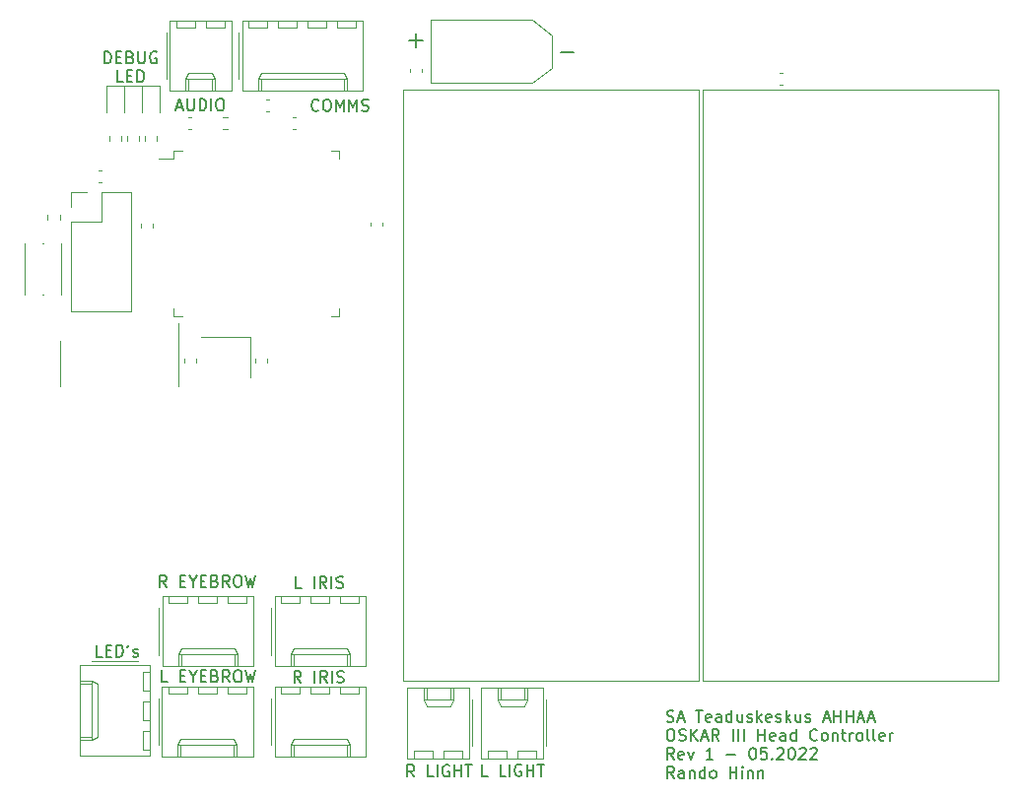
<source format=gbr>
%TF.GenerationSoftware,KiCad,Pcbnew,6.0.4-6f826c9f35~116~ubuntu20.04.1*%
%TF.CreationDate,2022-05-18T13:41:16+03:00*%
%TF.ProjectId,oskar_head_rev1,6f736b61-725f-4686-9561-645f72657631,rev?*%
%TF.SameCoordinates,Original*%
%TF.FileFunction,Legend,Top*%
%TF.FilePolarity,Positive*%
%FSLAX46Y46*%
G04 Gerber Fmt 4.6, Leading zero omitted, Abs format (unit mm)*
G04 Created by KiCad (PCBNEW 6.0.4-6f826c9f35~116~ubuntu20.04.1) date 2022-05-18 13:41:16*
%MOMM*%
%LPD*%
G01*
G04 APERTURE LIST*
%ADD10C,0.150000*%
%ADD11C,0.120000*%
G04 APERTURE END LIST*
D10*
X120266104Y-51971380D02*
X120266104Y-50971380D01*
X120504200Y-50971380D01*
X120647057Y-51019000D01*
X120742295Y-51114238D01*
X120789914Y-51209476D01*
X120837533Y-51399952D01*
X120837533Y-51542809D01*
X120789914Y-51733285D01*
X120742295Y-51828523D01*
X120647057Y-51923761D01*
X120504200Y-51971380D01*
X120266104Y-51971380D01*
X121266104Y-51447571D02*
X121599438Y-51447571D01*
X121742295Y-51971380D02*
X121266104Y-51971380D01*
X121266104Y-50971380D01*
X121742295Y-50971380D01*
X122504200Y-51447571D02*
X122647057Y-51495190D01*
X122694676Y-51542809D01*
X122742295Y-51638047D01*
X122742295Y-51780904D01*
X122694676Y-51876142D01*
X122647057Y-51923761D01*
X122551819Y-51971380D01*
X122170866Y-51971380D01*
X122170866Y-50971380D01*
X122504200Y-50971380D01*
X122599438Y-51019000D01*
X122647057Y-51066619D01*
X122694676Y-51161857D01*
X122694676Y-51257095D01*
X122647057Y-51352333D01*
X122599438Y-51399952D01*
X122504200Y-51447571D01*
X122170866Y-51447571D01*
X123170866Y-50971380D02*
X123170866Y-51780904D01*
X123218485Y-51876142D01*
X123266104Y-51923761D01*
X123361342Y-51971380D01*
X123551819Y-51971380D01*
X123647057Y-51923761D01*
X123694676Y-51876142D01*
X123742295Y-51780904D01*
X123742295Y-50971380D01*
X124742295Y-51019000D02*
X124647057Y-50971380D01*
X124504200Y-50971380D01*
X124361342Y-51019000D01*
X124266104Y-51114238D01*
X124218485Y-51209476D01*
X124170866Y-51399952D01*
X124170866Y-51542809D01*
X124218485Y-51733285D01*
X124266104Y-51828523D01*
X124361342Y-51923761D01*
X124504200Y-51971380D01*
X124599438Y-51971380D01*
X124742295Y-51923761D01*
X124789914Y-51876142D01*
X124789914Y-51542809D01*
X124599438Y-51542809D01*
X121861342Y-53581380D02*
X121385152Y-53581380D01*
X121385152Y-52581380D01*
X122194676Y-53057571D02*
X122528009Y-53057571D01*
X122670866Y-53581380D02*
X122194676Y-53581380D01*
X122194676Y-52581380D01*
X122670866Y-52581380D01*
X123099438Y-53581380D02*
X123099438Y-52581380D01*
X123337533Y-52581380D01*
X123480390Y-52629000D01*
X123575628Y-52724238D01*
X123623247Y-52819476D01*
X123670866Y-53009952D01*
X123670866Y-53152809D01*
X123623247Y-53343285D01*
X123575628Y-53438523D01*
X123480390Y-53533761D01*
X123337533Y-53581380D01*
X123099438Y-53581380D01*
X153176552Y-113228380D02*
X152700361Y-113228380D01*
X152700361Y-112228380D01*
X154747980Y-113228380D02*
X154271790Y-113228380D01*
X154271790Y-112228380D01*
X155081314Y-113228380D02*
X155081314Y-112228380D01*
X156081314Y-112276000D02*
X155986076Y-112228380D01*
X155843219Y-112228380D01*
X155700361Y-112276000D01*
X155605123Y-112371238D01*
X155557504Y-112466476D01*
X155509885Y-112656952D01*
X155509885Y-112799809D01*
X155557504Y-112990285D01*
X155605123Y-113085523D01*
X155700361Y-113180761D01*
X155843219Y-113228380D01*
X155938457Y-113228380D01*
X156081314Y-113180761D01*
X156128933Y-113133142D01*
X156128933Y-112799809D01*
X155938457Y-112799809D01*
X156557504Y-113228380D02*
X156557504Y-112228380D01*
X156557504Y-112704571D02*
X157128933Y-112704571D01*
X157128933Y-113228380D02*
X157128933Y-112228380D01*
X157462266Y-112228380D02*
X158033695Y-112228380D01*
X157747980Y-113228380D02*
X157747980Y-112228380D01*
X120075485Y-102966780D02*
X119599295Y-102966780D01*
X119599295Y-101966780D01*
X120408819Y-102442971D02*
X120742152Y-102442971D01*
X120885009Y-102966780D02*
X120408819Y-102966780D01*
X120408819Y-101966780D01*
X120885009Y-101966780D01*
X121313580Y-102966780D02*
X121313580Y-101966780D01*
X121551676Y-101966780D01*
X121694533Y-102014400D01*
X121789771Y-102109638D01*
X121837390Y-102204876D01*
X121885009Y-102395352D01*
X121885009Y-102538209D01*
X121837390Y-102728685D01*
X121789771Y-102823923D01*
X121694533Y-102919161D01*
X121551676Y-102966780D01*
X121313580Y-102966780D01*
X122361200Y-101966780D02*
X122265961Y-102157257D01*
X122742152Y-102919161D02*
X122837390Y-102966780D01*
X123027866Y-102966780D01*
X123123104Y-102919161D01*
X123170723Y-102823923D01*
X123170723Y-102776304D01*
X123123104Y-102681066D01*
X123027866Y-102633447D01*
X122885009Y-102633447D01*
X122789771Y-102585828D01*
X122742152Y-102490590D01*
X122742152Y-102442971D01*
X122789771Y-102347733D01*
X122885009Y-102300114D01*
X123027866Y-102300114D01*
X123123104Y-102347733D01*
X126500190Y-55741866D02*
X126976380Y-55741866D01*
X126404952Y-56027580D02*
X126738285Y-55027580D01*
X127071619Y-56027580D01*
X127404952Y-55027580D02*
X127404952Y-55837104D01*
X127452571Y-55932342D01*
X127500190Y-55979961D01*
X127595428Y-56027580D01*
X127785904Y-56027580D01*
X127881142Y-55979961D01*
X127928761Y-55932342D01*
X127976380Y-55837104D01*
X127976380Y-55027580D01*
X128452571Y-56027580D02*
X128452571Y-55027580D01*
X128690666Y-55027580D01*
X128833523Y-55075200D01*
X128928761Y-55170438D01*
X128976380Y-55265676D01*
X129024000Y-55456152D01*
X129024000Y-55599009D01*
X128976380Y-55789485D01*
X128928761Y-55884723D01*
X128833523Y-55979961D01*
X128690666Y-56027580D01*
X128452571Y-56027580D01*
X129452571Y-56027580D02*
X129452571Y-55027580D01*
X130119238Y-55027580D02*
X130309714Y-55027580D01*
X130404952Y-55075200D01*
X130500190Y-55170438D01*
X130547809Y-55360914D01*
X130547809Y-55694247D01*
X130500190Y-55884723D01*
X130404952Y-55979961D01*
X130309714Y-56027580D01*
X130119238Y-56027580D01*
X130024000Y-55979961D01*
X129928761Y-55884723D01*
X129881142Y-55694247D01*
X129881142Y-55360914D01*
X129928761Y-55170438D01*
X130024000Y-55075200D01*
X130119238Y-55027580D01*
X146877352Y-113279180D02*
X146544019Y-112802990D01*
X146305923Y-113279180D02*
X146305923Y-112279180D01*
X146686876Y-112279180D01*
X146782114Y-112326800D01*
X146829733Y-112374419D01*
X146877352Y-112469657D01*
X146877352Y-112612514D01*
X146829733Y-112707752D01*
X146782114Y-112755371D01*
X146686876Y-112802990D01*
X146305923Y-112802990D01*
X148544019Y-113279180D02*
X148067828Y-113279180D01*
X148067828Y-112279180D01*
X148877352Y-113279180D02*
X148877352Y-112279180D01*
X149877352Y-112326800D02*
X149782114Y-112279180D01*
X149639257Y-112279180D01*
X149496400Y-112326800D01*
X149401161Y-112422038D01*
X149353542Y-112517276D01*
X149305923Y-112707752D01*
X149305923Y-112850609D01*
X149353542Y-113041085D01*
X149401161Y-113136323D01*
X149496400Y-113231561D01*
X149639257Y-113279180D01*
X149734495Y-113279180D01*
X149877352Y-113231561D01*
X149924971Y-113183942D01*
X149924971Y-112850609D01*
X149734495Y-112850609D01*
X150353542Y-113279180D02*
X150353542Y-112279180D01*
X150353542Y-112755371D02*
X150924971Y-112755371D01*
X150924971Y-113279180D02*
X150924971Y-112279180D01*
X151258304Y-112279180D02*
X151829733Y-112279180D01*
X151544019Y-113279180D02*
X151544019Y-112279180D01*
X137160190Y-105201980D02*
X136826857Y-104725790D01*
X136588761Y-105201980D02*
X136588761Y-104201980D01*
X136969714Y-104201980D01*
X137064952Y-104249600D01*
X137112571Y-104297219D01*
X137160190Y-104392457D01*
X137160190Y-104535314D01*
X137112571Y-104630552D01*
X137064952Y-104678171D01*
X136969714Y-104725790D01*
X136588761Y-104725790D01*
X138350666Y-105201980D02*
X138350666Y-104201980D01*
X139398285Y-105201980D02*
X139064952Y-104725790D01*
X138826857Y-105201980D02*
X138826857Y-104201980D01*
X139207809Y-104201980D01*
X139303047Y-104249600D01*
X139350666Y-104297219D01*
X139398285Y-104392457D01*
X139398285Y-104535314D01*
X139350666Y-104630552D01*
X139303047Y-104678171D01*
X139207809Y-104725790D01*
X138826857Y-104725790D01*
X139826857Y-105201980D02*
X139826857Y-104201980D01*
X140255428Y-105154361D02*
X140398285Y-105201980D01*
X140636380Y-105201980D01*
X140731619Y-105154361D01*
X140779238Y-105106742D01*
X140826857Y-105011504D01*
X140826857Y-104916266D01*
X140779238Y-104821028D01*
X140731619Y-104773409D01*
X140636380Y-104725790D01*
X140445904Y-104678171D01*
X140350666Y-104630552D01*
X140303047Y-104582933D01*
X140255428Y-104487695D01*
X140255428Y-104392457D01*
X140303047Y-104297219D01*
X140350666Y-104249600D01*
X140445904Y-104201980D01*
X140684000Y-104201980D01*
X140826857Y-104249600D01*
X168588376Y-108530561D02*
X168731233Y-108578180D01*
X168969328Y-108578180D01*
X169064566Y-108530561D01*
X169112185Y-108482942D01*
X169159804Y-108387704D01*
X169159804Y-108292466D01*
X169112185Y-108197228D01*
X169064566Y-108149609D01*
X168969328Y-108101990D01*
X168778852Y-108054371D01*
X168683614Y-108006752D01*
X168635995Y-107959133D01*
X168588376Y-107863895D01*
X168588376Y-107768657D01*
X168635995Y-107673419D01*
X168683614Y-107625800D01*
X168778852Y-107578180D01*
X169016947Y-107578180D01*
X169159804Y-107625800D01*
X169540757Y-108292466D02*
X170016947Y-108292466D01*
X169445519Y-108578180D02*
X169778852Y-107578180D01*
X170112185Y-108578180D01*
X171064566Y-107578180D02*
X171635995Y-107578180D01*
X171350280Y-108578180D02*
X171350280Y-107578180D01*
X172350280Y-108530561D02*
X172255042Y-108578180D01*
X172064566Y-108578180D01*
X171969328Y-108530561D01*
X171921709Y-108435323D01*
X171921709Y-108054371D01*
X171969328Y-107959133D01*
X172064566Y-107911514D01*
X172255042Y-107911514D01*
X172350280Y-107959133D01*
X172397900Y-108054371D01*
X172397900Y-108149609D01*
X171921709Y-108244847D01*
X173255042Y-108578180D02*
X173255042Y-108054371D01*
X173207423Y-107959133D01*
X173112185Y-107911514D01*
X172921709Y-107911514D01*
X172826471Y-107959133D01*
X173255042Y-108530561D02*
X173159804Y-108578180D01*
X172921709Y-108578180D01*
X172826471Y-108530561D01*
X172778852Y-108435323D01*
X172778852Y-108340085D01*
X172826471Y-108244847D01*
X172921709Y-108197228D01*
X173159804Y-108197228D01*
X173255042Y-108149609D01*
X174159804Y-108578180D02*
X174159804Y-107578180D01*
X174159804Y-108530561D02*
X174064566Y-108578180D01*
X173874090Y-108578180D01*
X173778852Y-108530561D01*
X173731233Y-108482942D01*
X173683614Y-108387704D01*
X173683614Y-108101990D01*
X173731233Y-108006752D01*
X173778852Y-107959133D01*
X173874090Y-107911514D01*
X174064566Y-107911514D01*
X174159804Y-107959133D01*
X175064566Y-107911514D02*
X175064566Y-108578180D01*
X174635995Y-107911514D02*
X174635995Y-108435323D01*
X174683614Y-108530561D01*
X174778852Y-108578180D01*
X174921709Y-108578180D01*
X175016947Y-108530561D01*
X175064566Y-108482942D01*
X175493138Y-108530561D02*
X175588376Y-108578180D01*
X175778852Y-108578180D01*
X175874090Y-108530561D01*
X175921709Y-108435323D01*
X175921709Y-108387704D01*
X175874090Y-108292466D01*
X175778852Y-108244847D01*
X175635995Y-108244847D01*
X175540757Y-108197228D01*
X175493138Y-108101990D01*
X175493138Y-108054371D01*
X175540757Y-107959133D01*
X175635995Y-107911514D01*
X175778852Y-107911514D01*
X175874090Y-107959133D01*
X176350280Y-108578180D02*
X176350280Y-107578180D01*
X176445519Y-108197228D02*
X176731233Y-108578180D01*
X176731233Y-107911514D02*
X176350280Y-108292466D01*
X177540757Y-108530561D02*
X177445519Y-108578180D01*
X177255042Y-108578180D01*
X177159804Y-108530561D01*
X177112185Y-108435323D01*
X177112185Y-108054371D01*
X177159804Y-107959133D01*
X177255042Y-107911514D01*
X177445519Y-107911514D01*
X177540757Y-107959133D01*
X177588376Y-108054371D01*
X177588376Y-108149609D01*
X177112185Y-108244847D01*
X177969328Y-108530561D02*
X178064566Y-108578180D01*
X178255042Y-108578180D01*
X178350280Y-108530561D01*
X178397900Y-108435323D01*
X178397900Y-108387704D01*
X178350280Y-108292466D01*
X178255042Y-108244847D01*
X178112185Y-108244847D01*
X178016947Y-108197228D01*
X177969328Y-108101990D01*
X177969328Y-108054371D01*
X178016947Y-107959133D01*
X178112185Y-107911514D01*
X178255042Y-107911514D01*
X178350280Y-107959133D01*
X178826471Y-108578180D02*
X178826471Y-107578180D01*
X178921709Y-108197228D02*
X179207423Y-108578180D01*
X179207423Y-107911514D02*
X178826471Y-108292466D01*
X180064566Y-107911514D02*
X180064566Y-108578180D01*
X179635995Y-107911514D02*
X179635995Y-108435323D01*
X179683614Y-108530561D01*
X179778852Y-108578180D01*
X179921709Y-108578180D01*
X180016947Y-108530561D01*
X180064566Y-108482942D01*
X180493138Y-108530561D02*
X180588376Y-108578180D01*
X180778852Y-108578180D01*
X180874090Y-108530561D01*
X180921709Y-108435323D01*
X180921709Y-108387704D01*
X180874090Y-108292466D01*
X180778852Y-108244847D01*
X180635995Y-108244847D01*
X180540757Y-108197228D01*
X180493138Y-108101990D01*
X180493138Y-108054371D01*
X180540757Y-107959133D01*
X180635995Y-107911514D01*
X180778852Y-107911514D01*
X180874090Y-107959133D01*
X182064566Y-108292466D02*
X182540757Y-108292466D01*
X181969328Y-108578180D02*
X182302661Y-107578180D01*
X182635995Y-108578180D01*
X182969328Y-108578180D02*
X182969328Y-107578180D01*
X182969328Y-108054371D02*
X183540757Y-108054371D01*
X183540757Y-108578180D02*
X183540757Y-107578180D01*
X184016947Y-108578180D02*
X184016947Y-107578180D01*
X184016947Y-108054371D02*
X184588376Y-108054371D01*
X184588376Y-108578180D02*
X184588376Y-107578180D01*
X185016947Y-108292466D02*
X185493138Y-108292466D01*
X184921709Y-108578180D02*
X185255042Y-107578180D01*
X185588376Y-108578180D01*
X185874090Y-108292466D02*
X186350280Y-108292466D01*
X185778852Y-108578180D02*
X186112185Y-107578180D01*
X186445519Y-108578180D01*
X168826471Y-109188180D02*
X169016947Y-109188180D01*
X169112185Y-109235800D01*
X169207423Y-109331038D01*
X169255042Y-109521514D01*
X169255042Y-109854847D01*
X169207423Y-110045323D01*
X169112185Y-110140561D01*
X169016947Y-110188180D01*
X168826471Y-110188180D01*
X168731233Y-110140561D01*
X168635995Y-110045323D01*
X168588376Y-109854847D01*
X168588376Y-109521514D01*
X168635995Y-109331038D01*
X168731233Y-109235800D01*
X168826471Y-109188180D01*
X169635995Y-110140561D02*
X169778852Y-110188180D01*
X170016947Y-110188180D01*
X170112185Y-110140561D01*
X170159804Y-110092942D01*
X170207423Y-109997704D01*
X170207423Y-109902466D01*
X170159804Y-109807228D01*
X170112185Y-109759609D01*
X170016947Y-109711990D01*
X169826471Y-109664371D01*
X169731233Y-109616752D01*
X169683614Y-109569133D01*
X169635995Y-109473895D01*
X169635995Y-109378657D01*
X169683614Y-109283419D01*
X169731233Y-109235800D01*
X169826471Y-109188180D01*
X170064566Y-109188180D01*
X170207423Y-109235800D01*
X170635995Y-110188180D02*
X170635995Y-109188180D01*
X171207423Y-110188180D02*
X170778852Y-109616752D01*
X171207423Y-109188180D02*
X170635995Y-109759609D01*
X171588376Y-109902466D02*
X172064566Y-109902466D01*
X171493138Y-110188180D02*
X171826471Y-109188180D01*
X172159804Y-110188180D01*
X173064566Y-110188180D02*
X172731233Y-109711990D01*
X172493138Y-110188180D02*
X172493138Y-109188180D01*
X172874090Y-109188180D01*
X172969328Y-109235800D01*
X173016947Y-109283419D01*
X173064566Y-109378657D01*
X173064566Y-109521514D01*
X173016947Y-109616752D01*
X172969328Y-109664371D01*
X172874090Y-109711990D01*
X172493138Y-109711990D01*
X174255042Y-110188180D02*
X174255042Y-109188180D01*
X174731233Y-110188180D02*
X174731233Y-109188180D01*
X175207423Y-110188180D02*
X175207423Y-109188180D01*
X176445519Y-110188180D02*
X176445519Y-109188180D01*
X176445519Y-109664371D02*
X177016947Y-109664371D01*
X177016947Y-110188180D02*
X177016947Y-109188180D01*
X177874090Y-110140561D02*
X177778852Y-110188180D01*
X177588376Y-110188180D01*
X177493138Y-110140561D01*
X177445519Y-110045323D01*
X177445519Y-109664371D01*
X177493138Y-109569133D01*
X177588376Y-109521514D01*
X177778852Y-109521514D01*
X177874090Y-109569133D01*
X177921709Y-109664371D01*
X177921709Y-109759609D01*
X177445519Y-109854847D01*
X178778852Y-110188180D02*
X178778852Y-109664371D01*
X178731233Y-109569133D01*
X178635995Y-109521514D01*
X178445519Y-109521514D01*
X178350280Y-109569133D01*
X178778852Y-110140561D02*
X178683614Y-110188180D01*
X178445519Y-110188180D01*
X178350280Y-110140561D01*
X178302661Y-110045323D01*
X178302661Y-109950085D01*
X178350280Y-109854847D01*
X178445519Y-109807228D01*
X178683614Y-109807228D01*
X178778852Y-109759609D01*
X179683614Y-110188180D02*
X179683614Y-109188180D01*
X179683614Y-110140561D02*
X179588376Y-110188180D01*
X179397900Y-110188180D01*
X179302661Y-110140561D01*
X179255042Y-110092942D01*
X179207423Y-109997704D01*
X179207423Y-109711990D01*
X179255042Y-109616752D01*
X179302661Y-109569133D01*
X179397900Y-109521514D01*
X179588376Y-109521514D01*
X179683614Y-109569133D01*
X181493138Y-110092942D02*
X181445519Y-110140561D01*
X181302661Y-110188180D01*
X181207423Y-110188180D01*
X181064566Y-110140561D01*
X180969328Y-110045323D01*
X180921709Y-109950085D01*
X180874090Y-109759609D01*
X180874090Y-109616752D01*
X180921709Y-109426276D01*
X180969328Y-109331038D01*
X181064566Y-109235800D01*
X181207423Y-109188180D01*
X181302661Y-109188180D01*
X181445519Y-109235800D01*
X181493138Y-109283419D01*
X182064566Y-110188180D02*
X181969328Y-110140561D01*
X181921709Y-110092942D01*
X181874090Y-109997704D01*
X181874090Y-109711990D01*
X181921709Y-109616752D01*
X181969328Y-109569133D01*
X182064566Y-109521514D01*
X182207423Y-109521514D01*
X182302661Y-109569133D01*
X182350280Y-109616752D01*
X182397900Y-109711990D01*
X182397900Y-109997704D01*
X182350280Y-110092942D01*
X182302661Y-110140561D01*
X182207423Y-110188180D01*
X182064566Y-110188180D01*
X182826471Y-109521514D02*
X182826471Y-110188180D01*
X182826471Y-109616752D02*
X182874090Y-109569133D01*
X182969328Y-109521514D01*
X183112185Y-109521514D01*
X183207423Y-109569133D01*
X183255042Y-109664371D01*
X183255042Y-110188180D01*
X183588376Y-109521514D02*
X183969328Y-109521514D01*
X183731233Y-109188180D02*
X183731233Y-110045323D01*
X183778852Y-110140561D01*
X183874090Y-110188180D01*
X183969328Y-110188180D01*
X184302661Y-110188180D02*
X184302661Y-109521514D01*
X184302661Y-109711990D02*
X184350280Y-109616752D01*
X184397900Y-109569133D01*
X184493138Y-109521514D01*
X184588376Y-109521514D01*
X185064566Y-110188180D02*
X184969328Y-110140561D01*
X184921709Y-110092942D01*
X184874090Y-109997704D01*
X184874090Y-109711990D01*
X184921709Y-109616752D01*
X184969328Y-109569133D01*
X185064566Y-109521514D01*
X185207423Y-109521514D01*
X185302661Y-109569133D01*
X185350280Y-109616752D01*
X185397900Y-109711990D01*
X185397900Y-109997704D01*
X185350280Y-110092942D01*
X185302661Y-110140561D01*
X185207423Y-110188180D01*
X185064566Y-110188180D01*
X185969328Y-110188180D02*
X185874090Y-110140561D01*
X185826471Y-110045323D01*
X185826471Y-109188180D01*
X186493138Y-110188180D02*
X186397900Y-110140561D01*
X186350280Y-110045323D01*
X186350280Y-109188180D01*
X187255042Y-110140561D02*
X187159804Y-110188180D01*
X186969328Y-110188180D01*
X186874090Y-110140561D01*
X186826471Y-110045323D01*
X186826471Y-109664371D01*
X186874090Y-109569133D01*
X186969328Y-109521514D01*
X187159804Y-109521514D01*
X187255042Y-109569133D01*
X187302661Y-109664371D01*
X187302661Y-109759609D01*
X186826471Y-109854847D01*
X187731233Y-110188180D02*
X187731233Y-109521514D01*
X187731233Y-109711990D02*
X187778852Y-109616752D01*
X187826471Y-109569133D01*
X187921709Y-109521514D01*
X188016947Y-109521514D01*
X169207423Y-111798180D02*
X168874090Y-111321990D01*
X168635995Y-111798180D02*
X168635995Y-110798180D01*
X169016947Y-110798180D01*
X169112185Y-110845800D01*
X169159804Y-110893419D01*
X169207423Y-110988657D01*
X169207423Y-111131514D01*
X169159804Y-111226752D01*
X169112185Y-111274371D01*
X169016947Y-111321990D01*
X168635995Y-111321990D01*
X170016947Y-111750561D02*
X169921709Y-111798180D01*
X169731233Y-111798180D01*
X169635995Y-111750561D01*
X169588376Y-111655323D01*
X169588376Y-111274371D01*
X169635995Y-111179133D01*
X169731233Y-111131514D01*
X169921709Y-111131514D01*
X170016947Y-111179133D01*
X170064566Y-111274371D01*
X170064566Y-111369609D01*
X169588376Y-111464847D01*
X170397900Y-111131514D02*
X170635995Y-111798180D01*
X170874090Y-111131514D01*
X172540757Y-111798180D02*
X171969328Y-111798180D01*
X172255042Y-111798180D02*
X172255042Y-110798180D01*
X172159804Y-110941038D01*
X172064566Y-111036276D01*
X171969328Y-111083895D01*
X173731233Y-111417228D02*
X174493138Y-111417228D01*
X175921709Y-110798180D02*
X176016947Y-110798180D01*
X176112185Y-110845800D01*
X176159804Y-110893419D01*
X176207423Y-110988657D01*
X176255042Y-111179133D01*
X176255042Y-111417228D01*
X176207423Y-111607704D01*
X176159804Y-111702942D01*
X176112185Y-111750561D01*
X176016947Y-111798180D01*
X175921709Y-111798180D01*
X175826471Y-111750561D01*
X175778852Y-111702942D01*
X175731233Y-111607704D01*
X175683614Y-111417228D01*
X175683614Y-111179133D01*
X175731233Y-110988657D01*
X175778852Y-110893419D01*
X175826471Y-110845800D01*
X175921709Y-110798180D01*
X177159804Y-110798180D02*
X176683614Y-110798180D01*
X176635995Y-111274371D01*
X176683614Y-111226752D01*
X176778852Y-111179133D01*
X177016947Y-111179133D01*
X177112185Y-111226752D01*
X177159804Y-111274371D01*
X177207423Y-111369609D01*
X177207423Y-111607704D01*
X177159804Y-111702942D01*
X177112185Y-111750561D01*
X177016947Y-111798180D01*
X176778852Y-111798180D01*
X176683614Y-111750561D01*
X176635995Y-111702942D01*
X177635995Y-111702942D02*
X177683614Y-111750561D01*
X177635995Y-111798180D01*
X177588376Y-111750561D01*
X177635995Y-111702942D01*
X177635995Y-111798180D01*
X178064566Y-110893419D02*
X178112185Y-110845800D01*
X178207423Y-110798180D01*
X178445519Y-110798180D01*
X178540757Y-110845800D01*
X178588376Y-110893419D01*
X178635995Y-110988657D01*
X178635995Y-111083895D01*
X178588376Y-111226752D01*
X178016947Y-111798180D01*
X178635995Y-111798180D01*
X179255042Y-110798180D02*
X179350280Y-110798180D01*
X179445519Y-110845800D01*
X179493138Y-110893419D01*
X179540757Y-110988657D01*
X179588376Y-111179133D01*
X179588376Y-111417228D01*
X179540757Y-111607704D01*
X179493138Y-111702942D01*
X179445519Y-111750561D01*
X179350280Y-111798180D01*
X179255042Y-111798180D01*
X179159804Y-111750561D01*
X179112185Y-111702942D01*
X179064566Y-111607704D01*
X179016947Y-111417228D01*
X179016947Y-111179133D01*
X179064566Y-110988657D01*
X179112185Y-110893419D01*
X179159804Y-110845800D01*
X179255042Y-110798180D01*
X179969328Y-110893419D02*
X180016947Y-110845800D01*
X180112185Y-110798180D01*
X180350280Y-110798180D01*
X180445519Y-110845800D01*
X180493138Y-110893419D01*
X180540757Y-110988657D01*
X180540757Y-111083895D01*
X180493138Y-111226752D01*
X179921709Y-111798180D01*
X180540757Y-111798180D01*
X180921709Y-110893419D02*
X180969328Y-110845800D01*
X181064566Y-110798180D01*
X181302661Y-110798180D01*
X181397900Y-110845800D01*
X181445519Y-110893419D01*
X181493138Y-110988657D01*
X181493138Y-111083895D01*
X181445519Y-111226752D01*
X180874090Y-111798180D01*
X181493138Y-111798180D01*
X169207423Y-113408180D02*
X168874090Y-112931990D01*
X168635995Y-113408180D02*
X168635995Y-112408180D01*
X169016947Y-112408180D01*
X169112185Y-112455800D01*
X169159804Y-112503419D01*
X169207423Y-112598657D01*
X169207423Y-112741514D01*
X169159804Y-112836752D01*
X169112185Y-112884371D01*
X169016947Y-112931990D01*
X168635995Y-112931990D01*
X170064566Y-113408180D02*
X170064566Y-112884371D01*
X170016947Y-112789133D01*
X169921709Y-112741514D01*
X169731233Y-112741514D01*
X169635995Y-112789133D01*
X170064566Y-113360561D02*
X169969328Y-113408180D01*
X169731233Y-113408180D01*
X169635995Y-113360561D01*
X169588376Y-113265323D01*
X169588376Y-113170085D01*
X169635995Y-113074847D01*
X169731233Y-113027228D01*
X169969328Y-113027228D01*
X170064566Y-112979609D01*
X170540757Y-112741514D02*
X170540757Y-113408180D01*
X170540757Y-112836752D02*
X170588376Y-112789133D01*
X170683614Y-112741514D01*
X170826471Y-112741514D01*
X170921709Y-112789133D01*
X170969328Y-112884371D01*
X170969328Y-113408180D01*
X171874090Y-113408180D02*
X171874090Y-112408180D01*
X171874090Y-113360561D02*
X171778852Y-113408180D01*
X171588376Y-113408180D01*
X171493138Y-113360561D01*
X171445519Y-113312942D01*
X171397900Y-113217704D01*
X171397900Y-112931990D01*
X171445519Y-112836752D01*
X171493138Y-112789133D01*
X171588376Y-112741514D01*
X171778852Y-112741514D01*
X171874090Y-112789133D01*
X172493138Y-113408180D02*
X172397900Y-113360561D01*
X172350280Y-113312942D01*
X172302661Y-113217704D01*
X172302661Y-112931990D01*
X172350280Y-112836752D01*
X172397900Y-112789133D01*
X172493138Y-112741514D01*
X172635995Y-112741514D01*
X172731233Y-112789133D01*
X172778852Y-112836752D01*
X172826471Y-112931990D01*
X172826471Y-113217704D01*
X172778852Y-113312942D01*
X172731233Y-113360561D01*
X172635995Y-113408180D01*
X172493138Y-113408180D01*
X174016947Y-113408180D02*
X174016947Y-112408180D01*
X174016947Y-112884371D02*
X174588376Y-112884371D01*
X174588376Y-113408180D02*
X174588376Y-112408180D01*
X175064566Y-113408180D02*
X175064566Y-112741514D01*
X175064566Y-112408180D02*
X175016947Y-112455800D01*
X175064566Y-112503419D01*
X175112185Y-112455800D01*
X175064566Y-112408180D01*
X175064566Y-112503419D01*
X175540757Y-112741514D02*
X175540757Y-113408180D01*
X175540757Y-112836752D02*
X175588376Y-112789133D01*
X175683614Y-112741514D01*
X175826471Y-112741514D01*
X175921709Y-112789133D01*
X175969328Y-112884371D01*
X175969328Y-113408180D01*
X176445519Y-112741514D02*
X176445519Y-113408180D01*
X176445519Y-112836752D02*
X176493138Y-112789133D01*
X176588376Y-112741514D01*
X176731233Y-112741514D01*
X176826471Y-112789133D01*
X176874090Y-112884371D01*
X176874090Y-113408180D01*
X138679466Y-55983142D02*
X138631847Y-56030761D01*
X138488990Y-56078380D01*
X138393752Y-56078380D01*
X138250895Y-56030761D01*
X138155657Y-55935523D01*
X138108038Y-55840285D01*
X138060419Y-55649809D01*
X138060419Y-55506952D01*
X138108038Y-55316476D01*
X138155657Y-55221238D01*
X138250895Y-55126000D01*
X138393752Y-55078380D01*
X138488990Y-55078380D01*
X138631847Y-55126000D01*
X138679466Y-55173619D01*
X139298514Y-55078380D02*
X139488990Y-55078380D01*
X139584228Y-55126000D01*
X139679466Y-55221238D01*
X139727085Y-55411714D01*
X139727085Y-55745047D01*
X139679466Y-55935523D01*
X139584228Y-56030761D01*
X139488990Y-56078380D01*
X139298514Y-56078380D01*
X139203276Y-56030761D01*
X139108038Y-55935523D01*
X139060419Y-55745047D01*
X139060419Y-55411714D01*
X139108038Y-55221238D01*
X139203276Y-55126000D01*
X139298514Y-55078380D01*
X140155657Y-56078380D02*
X140155657Y-55078380D01*
X140488990Y-55792666D01*
X140822323Y-55078380D01*
X140822323Y-56078380D01*
X141298514Y-56078380D02*
X141298514Y-55078380D01*
X141631847Y-55792666D01*
X141965180Y-55078380D01*
X141965180Y-56078380D01*
X142393752Y-56030761D02*
X142536609Y-56078380D01*
X142774704Y-56078380D01*
X142869942Y-56030761D01*
X142917561Y-55983142D01*
X142965180Y-55887904D01*
X142965180Y-55792666D01*
X142917561Y-55697428D01*
X142869942Y-55649809D01*
X142774704Y-55602190D01*
X142584228Y-55554571D01*
X142488990Y-55506952D01*
X142441371Y-55459333D01*
X142393752Y-55364095D01*
X142393752Y-55268857D01*
X142441371Y-55173619D01*
X142488990Y-55126000D01*
X142584228Y-55078380D01*
X142822323Y-55078380D01*
X142965180Y-55126000D01*
X137210990Y-97073980D02*
X136734800Y-97073980D01*
X136734800Y-96073980D01*
X138306228Y-97073980D02*
X138306228Y-96073980D01*
X139353847Y-97073980D02*
X139020514Y-96597790D01*
X138782419Y-97073980D02*
X138782419Y-96073980D01*
X139163371Y-96073980D01*
X139258609Y-96121600D01*
X139306228Y-96169219D01*
X139353847Y-96264457D01*
X139353847Y-96407314D01*
X139306228Y-96502552D01*
X139258609Y-96550171D01*
X139163371Y-96597790D01*
X138782419Y-96597790D01*
X139782419Y-97073980D02*
X139782419Y-96073980D01*
X140210990Y-97026361D02*
X140353847Y-97073980D01*
X140591942Y-97073980D01*
X140687180Y-97026361D01*
X140734800Y-96978742D01*
X140782419Y-96883504D01*
X140782419Y-96788266D01*
X140734800Y-96693028D01*
X140687180Y-96645409D01*
X140591942Y-96597790D01*
X140401466Y-96550171D01*
X140306228Y-96502552D01*
X140258609Y-96454933D01*
X140210990Y-96359695D01*
X140210990Y-96264457D01*
X140258609Y-96169219D01*
X140306228Y-96121600D01*
X140401466Y-96073980D01*
X140639561Y-96073980D01*
X140782419Y-96121600D01*
X125684400Y-105151180D02*
X125208209Y-105151180D01*
X125208209Y-104151180D01*
X126779638Y-104627371D02*
X127112971Y-104627371D01*
X127255828Y-105151180D02*
X126779638Y-105151180D01*
X126779638Y-104151180D01*
X127255828Y-104151180D01*
X127874876Y-104674990D02*
X127874876Y-105151180D01*
X127541542Y-104151180D02*
X127874876Y-104674990D01*
X128208209Y-104151180D01*
X128541542Y-104627371D02*
X128874876Y-104627371D01*
X129017733Y-105151180D02*
X128541542Y-105151180D01*
X128541542Y-104151180D01*
X129017733Y-104151180D01*
X129779638Y-104627371D02*
X129922495Y-104674990D01*
X129970114Y-104722609D01*
X130017733Y-104817847D01*
X130017733Y-104960704D01*
X129970114Y-105055942D01*
X129922495Y-105103561D01*
X129827257Y-105151180D01*
X129446304Y-105151180D01*
X129446304Y-104151180D01*
X129779638Y-104151180D01*
X129874876Y-104198800D01*
X129922495Y-104246419D01*
X129970114Y-104341657D01*
X129970114Y-104436895D01*
X129922495Y-104532133D01*
X129874876Y-104579752D01*
X129779638Y-104627371D01*
X129446304Y-104627371D01*
X131017733Y-105151180D02*
X130684400Y-104674990D01*
X130446304Y-105151180D02*
X130446304Y-104151180D01*
X130827257Y-104151180D01*
X130922495Y-104198800D01*
X130970114Y-104246419D01*
X131017733Y-104341657D01*
X131017733Y-104484514D01*
X130970114Y-104579752D01*
X130922495Y-104627371D01*
X130827257Y-104674990D01*
X130446304Y-104674990D01*
X131636780Y-104151180D02*
X131827257Y-104151180D01*
X131922495Y-104198800D01*
X132017733Y-104294038D01*
X132065352Y-104484514D01*
X132065352Y-104817847D01*
X132017733Y-105008323D01*
X131922495Y-105103561D01*
X131827257Y-105151180D01*
X131636780Y-105151180D01*
X131541542Y-105103561D01*
X131446304Y-105008323D01*
X131398685Y-104817847D01*
X131398685Y-104484514D01*
X131446304Y-104294038D01*
X131541542Y-104198800D01*
X131636780Y-104151180D01*
X132398685Y-104151180D02*
X132636780Y-105151180D01*
X132827257Y-104436895D01*
X133017733Y-105151180D01*
X133255828Y-104151180D01*
X125582800Y-96972380D02*
X125249466Y-96496190D01*
X125011371Y-96972380D02*
X125011371Y-95972380D01*
X125392323Y-95972380D01*
X125487561Y-96020000D01*
X125535180Y-96067619D01*
X125582800Y-96162857D01*
X125582800Y-96305714D01*
X125535180Y-96400952D01*
X125487561Y-96448571D01*
X125392323Y-96496190D01*
X125011371Y-96496190D01*
X126773276Y-96448571D02*
X127106609Y-96448571D01*
X127249466Y-96972380D02*
X126773276Y-96972380D01*
X126773276Y-95972380D01*
X127249466Y-95972380D01*
X127868514Y-96496190D02*
X127868514Y-96972380D01*
X127535180Y-95972380D02*
X127868514Y-96496190D01*
X128201847Y-95972380D01*
X128535180Y-96448571D02*
X128868514Y-96448571D01*
X129011371Y-96972380D02*
X128535180Y-96972380D01*
X128535180Y-95972380D01*
X129011371Y-95972380D01*
X129773276Y-96448571D02*
X129916133Y-96496190D01*
X129963752Y-96543809D01*
X130011371Y-96639047D01*
X130011371Y-96781904D01*
X129963752Y-96877142D01*
X129916133Y-96924761D01*
X129820895Y-96972380D01*
X129439942Y-96972380D01*
X129439942Y-95972380D01*
X129773276Y-95972380D01*
X129868514Y-96020000D01*
X129916133Y-96067619D01*
X129963752Y-96162857D01*
X129963752Y-96258095D01*
X129916133Y-96353333D01*
X129868514Y-96400952D01*
X129773276Y-96448571D01*
X129439942Y-96448571D01*
X131011371Y-96972380D02*
X130678038Y-96496190D01*
X130439942Y-96972380D02*
X130439942Y-95972380D01*
X130820895Y-95972380D01*
X130916133Y-96020000D01*
X130963752Y-96067619D01*
X131011371Y-96162857D01*
X131011371Y-96305714D01*
X130963752Y-96400952D01*
X130916133Y-96448571D01*
X130820895Y-96496190D01*
X130439942Y-96496190D01*
X131630419Y-95972380D02*
X131820895Y-95972380D01*
X131916133Y-96020000D01*
X132011371Y-96115238D01*
X132058990Y-96305714D01*
X132058990Y-96639047D01*
X132011371Y-96829523D01*
X131916133Y-96924761D01*
X131820895Y-96972380D01*
X131630419Y-96972380D01*
X131535180Y-96924761D01*
X131439942Y-96829523D01*
X131392323Y-96639047D01*
X131392323Y-96305714D01*
X131439942Y-96115238D01*
X131535180Y-96020000D01*
X131630419Y-95972380D01*
X132392323Y-95972380D02*
X132630419Y-96972380D01*
X132820895Y-96258095D01*
X133011371Y-96972380D01*
X133249466Y-95972380D01*
%TO.C,J2*%
X146443771Y-49992742D02*
X147586628Y-49992742D01*
X147015200Y-50564171D02*
X147015200Y-49421314D01*
X159435371Y-51059542D02*
X160578228Y-51059542D01*
D11*
%TO.C,D3*%
X120473800Y-53912300D02*
X120473800Y-56197300D01*
X121943800Y-53912300D02*
X120473800Y-53912300D01*
X121943800Y-56197300D02*
X121943800Y-53912300D01*
%TO.C,D2*%
X121997800Y-53912300D02*
X121997800Y-56197300D01*
X123467800Y-53912300D02*
X121997800Y-53912300D01*
X123467800Y-56197300D02*
X123467800Y-53912300D01*
%TO.C,D1*%
X123521800Y-53912400D02*
X123521800Y-56197400D01*
X124991800Y-53912400D02*
X123521800Y-53912400D01*
X124991800Y-56197400D02*
X124991800Y-53912400D01*
%TO.C,R5*%
X121731300Y-58657258D02*
X121731300Y-58182742D01*
X120686300Y-58657258D02*
X120686300Y-58182742D01*
%TO.C,R4*%
X123255300Y-58657258D02*
X123255300Y-58182742D01*
X122210300Y-58657258D02*
X122210300Y-58182742D01*
%TO.C,R3*%
X124779300Y-58657258D02*
X124779300Y-58182742D01*
X123734300Y-58657258D02*
X123734300Y-58182742D01*
%TO.C,J5*%
X124168000Y-103674400D02*
X118148000Y-103674400D01*
X124168000Y-104254400D02*
X123568000Y-104254400D01*
X123568000Y-110934400D02*
X124168000Y-110934400D01*
X124168000Y-111514400D02*
X124168000Y-103674400D01*
X123568000Y-106794400D02*
X123568000Y-108394400D01*
X118148000Y-109884400D02*
X119148000Y-109884400D01*
X119148000Y-105054400D02*
X119148000Y-110134400D01*
X119678000Y-105304400D02*
X119678000Y-109884400D01*
X119678000Y-109884400D02*
X119148000Y-110134400D01*
X118148000Y-105054400D02*
X119148000Y-105054400D01*
X123568000Y-104254400D02*
X123568000Y-105854400D01*
X119148000Y-105054400D02*
X119678000Y-105304400D01*
X123568000Y-108394400D02*
X124168000Y-108394400D01*
X124168000Y-109334400D02*
X123568000Y-109334400D01*
X118148000Y-103674400D02*
X118148000Y-111514400D01*
X118148000Y-111514400D02*
X124168000Y-111514400D01*
X123138000Y-103384400D02*
X119138000Y-103384400D01*
X123568000Y-109334400D02*
X123568000Y-110934400D01*
X118148000Y-105304400D02*
X119148000Y-105304400D01*
X119148000Y-110134400D02*
X118148000Y-110134400D01*
X123568000Y-105854400D02*
X124168000Y-105854400D01*
X124168000Y-106794400D02*
X123568000Y-106794400D01*
%TO.C,U3*%
X145897600Y-54203600D02*
X145897600Y-105003600D01*
X171297600Y-105003600D02*
X171297600Y-54203600D01*
X145897600Y-105003600D02*
X171297600Y-105003600D01*
X171297600Y-54203600D02*
X145897600Y-54203600D01*
X145897600Y-54203600D02*
X145897600Y-54203600D01*
X145897600Y-54203600D02*
X171297600Y-54203600D01*
X171297600Y-54203600D02*
X171297600Y-54203600D01*
%TO.C,C8*%
X128174890Y-77378470D02*
X128174890Y-77659630D01*
X127154890Y-77378470D02*
X127154890Y-77659630D01*
%TO.C,M1*%
X142730440Y-103797200D02*
X142730440Y-97777200D01*
X138010440Y-98377200D02*
X139610440Y-98377200D01*
X141350440Y-102797200D02*
X141350440Y-103797200D01*
X135470440Y-97777200D02*
X135470440Y-98377200D01*
X142150440Y-98377200D02*
X142150440Y-97777200D01*
X136270440Y-102797200D02*
X141350440Y-102797200D01*
X135470440Y-98377200D02*
X137070440Y-98377200D01*
X140550440Y-98377200D02*
X142150440Y-98377200D01*
X136270440Y-102797200D02*
X136520440Y-102267200D01*
X136520440Y-102267200D02*
X141100440Y-102267200D01*
X138010440Y-97777200D02*
X138010440Y-98377200D01*
X141100440Y-103797200D02*
X141100440Y-102797200D01*
X134890440Y-97777200D02*
X134890440Y-103797200D01*
X137070440Y-98377200D02*
X137070440Y-97777200D01*
X140550440Y-97777200D02*
X140550440Y-98377200D01*
X141100440Y-102267200D02*
X141350440Y-102797200D01*
X142730440Y-97777200D02*
X134890440Y-97777200D01*
X136520440Y-103797200D02*
X136520440Y-102797200D01*
X134890440Y-103797200D02*
X142730440Y-103797200D01*
X136270440Y-103797200D02*
X136270440Y-102797200D01*
X139610440Y-98377200D02*
X139610440Y-97777200D01*
X134600440Y-98807200D02*
X134600440Y-102807200D01*
%TO.C,C2*%
X123386490Y-66069230D02*
X123386490Y-65788070D01*
X124406490Y-66069230D02*
X124406490Y-65788070D01*
%TO.C,C4*%
X120053420Y-62181200D02*
X119772260Y-62181200D01*
X120053420Y-61161200D02*
X119772260Y-61161200D01*
%TO.C,J3*%
X154275600Y-105671200D02*
X154275600Y-106671200D01*
X156315600Y-107201200D02*
X154275600Y-107201200D01*
X155765600Y-111091200D02*
X155765600Y-111691200D01*
X156315600Y-105671200D02*
X156315600Y-106671200D01*
X157365600Y-111691200D02*
X157365600Y-111091200D01*
X156565600Y-106671200D02*
X156315600Y-107201200D01*
X154025600Y-106671200D02*
X154025600Y-105671200D01*
X157945600Y-105671200D02*
X152645600Y-105671200D01*
X157945600Y-111691200D02*
X157945600Y-105671200D01*
X156565600Y-106671200D02*
X154025600Y-106671200D01*
X156565600Y-105671200D02*
X156565600Y-106671200D01*
X157365600Y-111091200D02*
X155765600Y-111091200D01*
X158235600Y-110661200D02*
X158235600Y-106661200D01*
X154825600Y-111091200D02*
X153225600Y-111091200D01*
X154825600Y-111691200D02*
X154825600Y-111091200D01*
X153225600Y-111091200D02*
X153225600Y-111691200D01*
X152645600Y-111691200D02*
X157945600Y-111691200D01*
X154275600Y-107201200D02*
X154025600Y-106671200D01*
X152645600Y-105671200D02*
X152645600Y-111691200D01*
%TO.C,M3*%
X142730440Y-111549600D02*
X142730440Y-105529600D01*
X136520440Y-110019600D02*
X141100440Y-110019600D01*
X141100440Y-111549600D02*
X141100440Y-110549600D01*
X134600440Y-106559600D02*
X134600440Y-110559600D01*
X136270440Y-110549600D02*
X141350440Y-110549600D01*
X141100440Y-110019600D02*
X141350440Y-110549600D01*
X135470440Y-106129600D02*
X137070440Y-106129600D01*
X135470440Y-105529600D02*
X135470440Y-106129600D01*
X136270440Y-111549600D02*
X136270440Y-110549600D01*
X142730440Y-105529600D02*
X134890440Y-105529600D01*
X141350440Y-110549600D02*
X141350440Y-111549600D01*
X137070440Y-106129600D02*
X137070440Y-105529600D01*
X140550440Y-105529600D02*
X140550440Y-106129600D01*
X138010440Y-105529600D02*
X138010440Y-106129600D01*
X142150440Y-106129600D02*
X142150440Y-105529600D01*
X140550440Y-106129600D02*
X142150440Y-106129600D01*
X139610440Y-106129600D02*
X139610440Y-105529600D01*
X134890440Y-105529600D02*
X134890440Y-111549600D01*
X136270440Y-110549600D02*
X136520440Y-110019600D01*
X134890440Y-111549600D02*
X142730440Y-111549600D01*
X136520440Y-111549600D02*
X136520440Y-110549600D01*
X138010440Y-106129600D02*
X139610440Y-106129600D01*
%TO.C,C7*%
X133250890Y-77659630D02*
X133250890Y-77378470D01*
X134270890Y-77659630D02*
X134270890Y-77378470D01*
%TO.C,J7*%
X129539290Y-52778250D02*
X129789290Y-53308250D01*
X127499290Y-52778250D02*
X129539290Y-52778250D01*
X128989290Y-48888250D02*
X130589290Y-48888250D01*
X127249290Y-53308250D02*
X129789290Y-53308250D01*
X126449290Y-48888250D02*
X128049290Y-48888250D01*
X125579290Y-49318250D02*
X125579290Y-53318250D01*
X129539290Y-54308250D02*
X129539290Y-53308250D01*
X128049290Y-48888250D02*
X128049290Y-48288250D01*
X131169290Y-48288250D02*
X125869290Y-48288250D01*
X129789290Y-53308250D02*
X129789290Y-54308250D01*
X127249290Y-53308250D02*
X127499290Y-52778250D01*
X128989290Y-48288250D02*
X128989290Y-48888250D01*
X125869290Y-48288250D02*
X125869290Y-54308250D01*
X126449290Y-48288250D02*
X126449290Y-48888250D01*
X125869290Y-54308250D02*
X131169290Y-54308250D01*
X131169290Y-54308250D02*
X131169290Y-48288250D01*
X127499290Y-54308250D02*
X127499290Y-53308250D01*
X130589290Y-48888250D02*
X130589290Y-48288250D01*
X127249290Y-54308250D02*
X127249290Y-53308250D01*
%TO.C,C3*%
X136447620Y-57660000D02*
X136728780Y-57660000D01*
X136447620Y-56640000D02*
X136728780Y-56640000D01*
%TO.C,J4*%
X148475600Y-111691200D02*
X148475600Y-111091200D01*
X151595600Y-111691200D02*
X151595600Y-105671200D01*
X146295600Y-105671200D02*
X146295600Y-111691200D01*
X149415600Y-111091200D02*
X149415600Y-111691200D01*
X150215600Y-106671200D02*
X149965600Y-107201200D01*
X146295600Y-111691200D02*
X151595600Y-111691200D01*
X151595600Y-105671200D02*
X146295600Y-105671200D01*
X147925600Y-107201200D02*
X147675600Y-106671200D01*
X151015600Y-111091200D02*
X149415600Y-111091200D01*
X147675600Y-106671200D02*
X147675600Y-105671200D01*
X150215600Y-106671200D02*
X147675600Y-106671200D01*
X151015600Y-111691200D02*
X151015600Y-111091200D01*
X150215600Y-105671200D02*
X150215600Y-106671200D01*
X151885600Y-110661200D02*
X151885600Y-106661200D01*
X146875600Y-111091200D02*
X146875600Y-111691200D01*
X148475600Y-111091200D02*
X146875600Y-111091200D01*
X149965600Y-107201200D02*
X147925600Y-107201200D01*
X149965600Y-105671200D02*
X149965600Y-106671200D01*
X147925600Y-105671200D02*
X147925600Y-106671200D01*
%TO.C,C11*%
X178550180Y-52779200D02*
X178269020Y-52779200D01*
X178550180Y-53799200D02*
X178269020Y-53799200D01*
%TO.C,C6*%
X127464310Y-57650250D02*
X127745470Y-57650250D01*
X127464310Y-56630250D02*
X127745470Y-56630250D01*
%TO.C,M4*%
X128358440Y-97777200D02*
X128358440Y-98377200D01*
X131448440Y-102267200D02*
X131698440Y-102797200D01*
X131448440Y-103797200D02*
X131448440Y-102797200D01*
X125238440Y-103797200D02*
X133078440Y-103797200D01*
X126618440Y-102797200D02*
X126868440Y-102267200D01*
X129958440Y-98377200D02*
X129958440Y-97777200D01*
X133078440Y-103797200D02*
X133078440Y-97777200D01*
X126618440Y-103797200D02*
X126618440Y-102797200D01*
X126618440Y-102797200D02*
X131698440Y-102797200D01*
X127418440Y-98377200D02*
X127418440Y-97777200D01*
X125818440Y-97777200D02*
X125818440Y-98377200D01*
X133078440Y-97777200D02*
X125238440Y-97777200D01*
X125238440Y-97777200D02*
X125238440Y-103797200D01*
X126868440Y-102267200D02*
X131448440Y-102267200D01*
X131698440Y-102797200D02*
X131698440Y-103797200D01*
X124948440Y-98807200D02*
X124948440Y-102807200D01*
X125818440Y-98377200D02*
X127418440Y-98377200D01*
X132498440Y-98377200D02*
X132498440Y-97777200D01*
X126868440Y-103797200D02*
X126868440Y-102797200D01*
X128358440Y-98377200D02*
X129958440Y-98377200D01*
X130898440Y-97777200D02*
X130898440Y-98377200D01*
X130898440Y-98377200D02*
X132498440Y-98377200D01*
%TO.C,Y1*%
X132812890Y-75464250D02*
X128612890Y-75464250D01*
X132812890Y-78964250D02*
X132812890Y-75464250D01*
%TO.C,C1*%
X144121600Y-65645420D02*
X144121600Y-65926580D01*
X143101600Y-65645420D02*
X143101600Y-65926580D01*
%TO.C,R2*%
X130890148Y-57662750D02*
X130415632Y-57662750D01*
X130890148Y-56617750D02*
X130415632Y-56617750D01*
%TO.C,M2*%
X126817640Y-111549600D02*
X126817640Y-110549600D01*
X127367640Y-106129600D02*
X127367640Y-105529600D01*
X130847640Y-105529600D02*
X130847640Y-106129600D01*
X129907640Y-106129600D02*
X129907640Y-105529600D01*
X132447640Y-106129600D02*
X132447640Y-105529600D01*
X128307640Y-106129600D02*
X129907640Y-106129600D01*
X125187640Y-111549600D02*
X133027640Y-111549600D01*
X126817640Y-110019600D02*
X131397640Y-110019600D01*
X126567640Y-111549600D02*
X126567640Y-110549600D01*
X126567640Y-110549600D02*
X131647640Y-110549600D01*
X131397640Y-111549600D02*
X131397640Y-110549600D01*
X133027640Y-105529600D02*
X125187640Y-105529600D01*
X131647640Y-110549600D02*
X131647640Y-111549600D01*
X125187640Y-105529600D02*
X125187640Y-111549600D01*
X125767640Y-105529600D02*
X125767640Y-106129600D01*
X131397640Y-110019600D02*
X131647640Y-110549600D01*
X125767640Y-106129600D02*
X127367640Y-106129600D01*
X133027640Y-111549600D02*
X133027640Y-105529600D01*
X130847640Y-106129600D02*
X132447640Y-106129600D01*
X126567640Y-110549600D02*
X126817640Y-110019600D01*
X124897640Y-106559600D02*
X124897640Y-110559600D01*
X128307640Y-105529600D02*
X128307640Y-106129600D01*
%TO.C,C9*%
X146505200Y-52718580D02*
X146505200Y-52437420D01*
X147525200Y-52718580D02*
X147525200Y-52437420D01*
%TO.C,C10*%
X134429820Y-55065200D02*
X134148660Y-55065200D01*
X134429820Y-56085200D02*
X134148660Y-56085200D01*
%TO.C,J1*%
X117387945Y-73288450D02*
X122587945Y-73288450D01*
X117387945Y-65608450D02*
X117387945Y-73288450D01*
X117387945Y-63008450D02*
X118717945Y-63008450D01*
X117387945Y-64338450D02*
X117387945Y-63008450D01*
X119987945Y-63008450D02*
X122587945Y-63008450D01*
X122587945Y-63008450D02*
X122587945Y-73288450D01*
X117387945Y-65608450D02*
X119987945Y-65608450D01*
X119987945Y-65608450D02*
X119987945Y-63008450D01*
%TO.C,J2*%
X158716800Y-49542400D02*
X157016800Y-48242400D01*
X158716800Y-52362400D02*
X158716800Y-49542400D01*
X148296800Y-53662400D02*
X148296800Y-48242400D01*
X158716800Y-52362400D02*
X157016800Y-53662400D01*
X157016800Y-53662400D02*
X148296800Y-53662400D01*
X157016800Y-48242400D02*
X148296800Y-48242400D01*
%TO.C,U1*%
X139755290Y-73724450D02*
X140455290Y-73724450D01*
X126935290Y-59504450D02*
X126235290Y-59504450D01*
X139755290Y-59504450D02*
X140455290Y-59504450D01*
X140455290Y-59504450D02*
X140455290Y-60204450D01*
X126935290Y-73724450D02*
X126235290Y-73724450D01*
X140455290Y-73724450D02*
X140455290Y-73024450D01*
X126235290Y-60204450D02*
X124945290Y-60204450D01*
X126235290Y-73724450D02*
X126235290Y-73024450D01*
X126235290Y-59504450D02*
X126235290Y-60204450D01*
%TO.C,U2*%
X116474290Y-77790450D02*
X116474290Y-79740450D01*
X116474290Y-77790450D02*
X116474290Y-75840450D01*
X126594290Y-77790450D02*
X126594290Y-79740450D01*
X126594290Y-77790450D02*
X126594290Y-74290450D01*
%TO.C,J6*%
X135216440Y-48278000D02*
X135216440Y-48878000D01*
X141896440Y-48878000D02*
X141896440Y-48278000D01*
X137756440Y-48878000D02*
X139356440Y-48878000D01*
X136816440Y-48878000D02*
X136816440Y-48278000D01*
X132096440Y-54298000D02*
X142476440Y-54298000D01*
X133476440Y-53298000D02*
X141096440Y-53298000D01*
X132676440Y-48278000D02*
X132676440Y-48878000D01*
X132676440Y-48878000D02*
X134276440Y-48878000D01*
X133476440Y-53298000D02*
X133726440Y-52768000D01*
X139356440Y-48878000D02*
X139356440Y-48278000D01*
X137756440Y-48278000D02*
X137756440Y-48878000D01*
X141096440Y-53298000D02*
X141096440Y-54298000D01*
X140846440Y-54298000D02*
X140846440Y-53298000D01*
X140296440Y-48878000D02*
X141896440Y-48878000D01*
X142476440Y-54298000D02*
X142476440Y-48278000D01*
X134276440Y-48878000D02*
X134276440Y-48278000D01*
X142476440Y-48278000D02*
X132096440Y-48278000D01*
X131806440Y-49308000D02*
X131806440Y-53308000D01*
X140846440Y-52768000D02*
X141096440Y-53298000D01*
X135216440Y-48878000D02*
X136816440Y-48878000D01*
X133726440Y-54298000D02*
X133726440Y-53298000D01*
X133476440Y-54298000D02*
X133476440Y-53298000D01*
X140296440Y-48278000D02*
X140296440Y-48878000D01*
X132096440Y-48278000D02*
X132096440Y-54298000D01*
X133726440Y-52768000D02*
X140846440Y-52768000D01*
%TO.C,SW1*%
X116556490Y-71887850D02*
X116556490Y-67487850D01*
X113456490Y-67487850D02*
X113456490Y-71887850D01*
X115056490Y-67487850D02*
X114956490Y-67487850D01*
X115056490Y-71887850D02*
X114956490Y-71887850D01*
%TO.C,U4*%
X197099200Y-105003600D02*
X197099200Y-54203600D01*
X171699200Y-105003600D02*
X197099200Y-105003600D01*
X171699200Y-54203600D02*
X171699200Y-105003600D01*
X197099200Y-54203600D02*
X171699200Y-54203600D01*
X171699200Y-54203600D02*
X171699200Y-54203600D01*
X171699200Y-54203600D02*
X197099200Y-54203600D01*
X197099200Y-54203600D02*
X197099200Y-54203600D01*
%TO.C,R1*%
X115406445Y-64980192D02*
X115406445Y-65454708D01*
X116451445Y-64980192D02*
X116451445Y-65454708D01*
%TD*%
M02*

</source>
